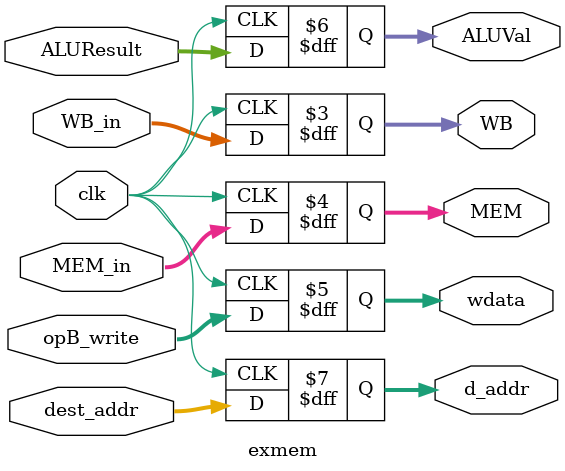
<source format=v>
module exmem (clk, WB_in, MEM_in, ALUResult, dest_addr, WB, MEM, opB_write, wdata, ALUVal, d_addr);

input clk;
input [1:0] WB_in;
input [1:0] MEM_in;
input [31:0] ALUResult, opB_write;
input [4:0] dest_addr;

output [1:0] WB;
output [1:0] MEM;
output [31:0] wdata;
output [31:0] ALUVal;
output [4:0] d_addr;

reg [1:0] WB ;
reg [1:0] MEM ;
reg [31:0] wdata ;
reg [31:0] ALUVal ;
reg [4:0] d_addr ;

initial begin
 WB =0 ;
 MEM = 0;
 wdata = 0;
 ALUVal = 0;
 d_addr = 0;
end

always@(posedge clk)
begin
WB <= WB_in;
MEM <= MEM_in;
wdata <= opB_write;
ALUVal <= ALUResult;
d_addr <= dest_addr;
end

endmodule
</source>
